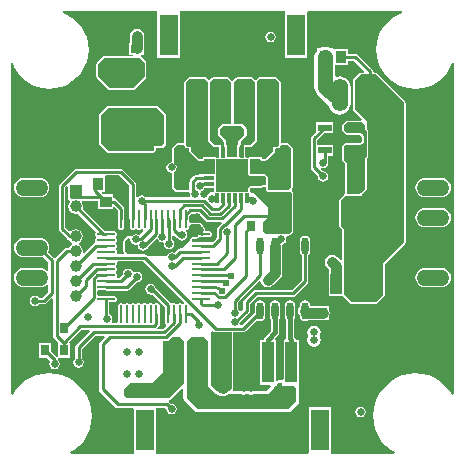
<source format=gtl>
G04 Layer_Physical_Order=1*
G04 Layer_Color=255*
%FSAX44Y44*%
%MOMM*%
G71*
G01*
G75*
%ADD10C,0.2540*%
%ADD11R,1.6002X3.5052*%
%ADD12R,1.0160X3.5052*%
%ADD13R,2.6670X2.6670*%
%ADD14R,0.3048X0.8500*%
%ADD15R,0.8500X0.3048*%
%ADD16R,0.9000X1.3500*%
%ADD17R,0.7000X0.9000*%
%ADD18R,0.9000X0.7000*%
%ADD19R,0.9000X1.0000*%
%ADD20R,1.0000X0.9000*%
%ADD21O,0.6000X1.4500*%
%ADD22R,3.2500X1.7000*%
%ADD23R,1.0000X1.7000*%
%ADD24R,1.1684X0.6096*%
%ADD25R,3.4000X1.8000*%
%ADD26O,1.5500X0.2500*%
%ADD27O,0.2500X1.5500*%
%ADD28C,0.8890*%
%ADD29C,0.3810*%
%ADD30C,1.2700*%
%ADD31O,2.7432X1.3716*%
%ADD32O,1.3716X2.7432*%
%ADD33C,1.0000*%
%ADD34R,1.0000X1.0000*%
%ADD35C,0.6350*%
%ADD36C,0.6096*%
G36*
X00149464Y00262738D02*
X00150590Y00261612D01*
X00151756Y00261129D01*
X00153584D01*
Y00259301D01*
X00154067Y00258134D01*
X00160894Y00251308D01*
X00162060Y00250825D01*
X00164668D01*
X00165834Y00251308D01*
X00166288Y00252403D01*
X00174252D01*
Y00252231D01*
X00175036D01*
X00175050Y00252197D01*
X00175141Y00252160D01*
Y00239775D01*
X00162060D01*
X00161099Y00238814D01*
X00159528D01*
X00159528Y00238814D01*
X00158438Y00238597D01*
X00157513Y00237979D01*
X00157513Y00237979D01*
X00154490Y00234955D01*
X00153872Y00234031D01*
X00153655Y00232941D01*
X00153655Y00232941D01*
Y00225805D01*
X00143010D01*
X00140470Y00228345D01*
Y00241127D01*
X00141635Y00241905D01*
X00142617Y00243376D01*
X00142962Y00245110D01*
X00142617Y00246844D01*
X00141635Y00248315D01*
X00140470Y00249093D01*
Y00261365D01*
X00143010Y00263905D01*
X00148980D01*
X00149464Y00262738D01*
D02*
G37*
G36*
X00148834Y00131617D02*
X00148643Y00130220D01*
X00147760Y00129706D01*
X00147325Y00129784D01*
X00146772Y00130153D01*
X00145690Y00130368D01*
X00144608Y00130153D01*
X00144055Y00129784D01*
X00143190Y00129629D01*
X00142325Y00129784D01*
X00141772Y00130153D01*
X00140690Y00130368D01*
X00139608Y00130153D01*
X00139425Y00130031D01*
X00137819Y00130328D01*
X00137793Y00130352D01*
X00137704Y00130484D01*
X00125839Y00142349D01*
X00125056Y00142873D01*
X00124837Y00143974D01*
X00123855Y00145445D01*
X00122384Y00146427D01*
X00120650Y00146772D01*
X00118916Y00146427D01*
X00117445Y00145445D01*
X00116463Y00143974D01*
X00116118Y00142240D01*
X00116463Y00140506D01*
X00117445Y00139035D01*
X00118916Y00138053D01*
X00119992Y00137839D01*
X00120195Y00137703D01*
X00121285Y00137486D01*
X00122645D01*
X00132841Y00127290D01*
Y00121040D01*
X00132862Y00120938D01*
Y00114540D01*
X00133077Y00113458D01*
X00133690Y00112540D01*
X00133788Y00110947D01*
X00131099Y00108259D01*
X00126784D01*
X00126257Y00109529D01*
X00127704Y00110976D01*
X00127704Y00110976D01*
X00128322Y00111900D01*
X00128539Y00112990D01*
Y00121040D01*
X00128518Y00121143D01*
Y00127540D01*
X00128303Y00128622D01*
X00127690Y00129540D01*
X00126772Y00130153D01*
X00125690Y00130368D01*
X00124608Y00130153D01*
X00124055Y00129784D01*
X00123190Y00129629D01*
X00122325Y00129784D01*
X00121772Y00130153D01*
X00120690Y00130368D01*
X00119608Y00130153D01*
X00119055Y00129784D01*
X00118190Y00129629D01*
X00117325Y00129784D01*
X00116772Y00130153D01*
X00115690Y00130368D01*
X00114608Y00130153D01*
X00114055Y00129784D01*
X00113190Y00129629D01*
X00112325Y00129784D01*
X00111772Y00130153D01*
X00110690Y00130368D01*
X00109608Y00130153D01*
X00109055Y00129784D01*
X00108190Y00129629D01*
X00107325Y00129784D01*
X00106772Y00130153D01*
X00105690Y00130368D01*
X00104608Y00130153D01*
X00104055Y00129784D01*
X00103190Y00129629D01*
X00102325Y00129784D01*
X00101772Y00130153D01*
X00100690Y00130368D01*
X00099608Y00130153D01*
X00099055Y00129784D01*
X00098190Y00129629D01*
X00097325Y00129784D01*
X00096772Y00130153D01*
X00095690Y00130368D01*
X00094608Y00130153D01*
X00093690Y00129540D01*
X00093077Y00128622D01*
X00092862Y00127540D01*
Y00114540D01*
X00091805Y00113345D01*
X00088358D01*
X00087679Y00114615D01*
X00088007Y00115106D01*
X00088352Y00116840D01*
X00088007Y00118574D01*
X00087025Y00120045D01*
X00085789Y00120871D01*
Y00130962D01*
X00089440D01*
X00090522Y00131177D01*
X00091440Y00131790D01*
X00092053Y00132708D01*
X00092268Y00133790D01*
X00092053Y00134872D01*
X00091440Y00135790D01*
X00090522Y00136403D01*
X00089440Y00136618D01*
X00083042D01*
X00082940Y00136639D01*
X00082837Y00136618D01*
X00076440D01*
X00075239Y00137674D01*
Y00139906D01*
X00076440Y00140962D01*
X00082837D01*
X00082940Y00140941D01*
X00100610D01*
X00100610Y00140941D01*
X00101700Y00141158D01*
X00102624Y00141776D01*
X00108800Y00147951D01*
X00109220Y00147868D01*
X00110954Y00148213D01*
X00112425Y00149195D01*
X00113407Y00150666D01*
X00113752Y00152400D01*
X00113407Y00154134D01*
X00112425Y00155605D01*
X00110954Y00156587D01*
X00109220Y00156932D01*
X00107486Y00156587D01*
X00107145Y00156359D01*
X00105787Y00156674D01*
X00105700Y00156805D01*
X00104805Y00158145D01*
X00103334Y00159127D01*
X00101600Y00159472D01*
X00099866Y00159127D01*
X00098395Y00158145D01*
X00097413Y00156674D01*
X00097068Y00154940D01*
X00097151Y00154520D01*
X00094270Y00151639D01*
X00092866D01*
X00092410Y00152238D01*
X00092093Y00152909D01*
X00092268Y00153790D01*
X00092053Y00154872D01*
X00091684Y00155425D01*
X00091529Y00156290D01*
X00091684Y00157155D01*
X00092053Y00157708D01*
X00092268Y00158790D01*
X00092053Y00159872D01*
X00091684Y00160425D01*
X00091529Y00161290D01*
X00091684Y00162155D01*
X00092053Y00162708D01*
X00092268Y00163790D01*
X00092093Y00164671D01*
X00092410Y00165342D01*
X00092866Y00165941D01*
X00114510D01*
X00148834Y00131617D01*
D02*
G37*
G36*
X00239530Y00261365D02*
Y00228345D01*
X00236990Y00225805D01*
X00220480D01*
Y00237235D01*
X00217940Y00239775D01*
X00204859D01*
Y00252184D01*
X00204892Y00252197D01*
X00204906Y00252231D01*
X00205548D01*
Y00252403D01*
X00213654D01*
X00214108Y00251308D01*
X00215274Y00250825D01*
X00217940D01*
X00219106Y00251308D01*
X00225932Y00258134D01*
X00226416Y00259301D01*
Y00261129D01*
X00228244D01*
X00229410Y00261612D01*
X00230536Y00262738D01*
X00231020Y00263905D01*
X00236990D01*
X00239530Y00261365D01*
D02*
G37*
G36*
X00229370Y00317245D02*
Y00281685D01*
Y00263905D01*
X00228244Y00262779D01*
X00224766D01*
Y00259301D01*
X00217940Y00252475D01*
X00215274D01*
Y00254053D01*
X00203726D01*
Y00253364D01*
X00201102D01*
Y00262129D01*
X00205114D01*
X00206280Y00262612D01*
X00210216Y00266548D01*
X00210700Y00267715D01*
X00210700Y00317245D01*
X00210588Y00317513D01*
X00212860Y00319785D01*
X00226830D01*
X00229370Y00317245D01*
D02*
G37*
G36*
X00201102Y00251714D02*
X00203209D01*
Y00239775D01*
X00203693Y00238608D01*
X00203726Y00238595D01*
Y00237957D01*
X00215274D01*
Y00238125D01*
X00217257D01*
X00218830Y00236552D01*
Y00230024D01*
X00215274D01*
X00214108Y00229541D01*
X00214085Y00229486D01*
X00204859D01*
X00203693Y00229003D01*
X00203209Y00227837D01*
Y00224721D01*
X00176216D01*
Y00227837D01*
Y00232917D01*
Y00237957D01*
Y00238570D01*
X00176307Y00238608D01*
X00176791Y00239775D01*
Y00251714D01*
X00178698D01*
X00179523Y00252056D01*
X00180348Y00251714D01*
X00183661D01*
X00183740Y00251747D01*
X00183822Y00251722D01*
X00184299Y00251977D01*
X00184938D01*
X00184988Y00251943D01*
X00185682Y00251805D01*
X00194198D01*
X00194892Y00251943D01*
X00194942Y00251977D01*
X00195581D01*
X00196057Y00251722D01*
X00196140Y00251747D01*
X00196219Y00251714D01*
X00199452D01*
X00200277Y00252056D01*
X00201102Y00251714D01*
D02*
G37*
G36*
X00218830Y00225805D02*
X00219314Y00224638D01*
X00220480Y00224155D01*
X00236990D01*
X00237815Y00224497D01*
X00238156Y00224638D01*
X00238686D01*
X00240030Y00223295D01*
Y00200435D01*
Y00191545D01*
X00237490Y00189005D01*
X00218440D01*
X00215900Y00191545D01*
Y00199165D01*
X00219710Y00202975D01*
X00219710Y00211865D01*
X00208280Y00223295D01*
X00205548D01*
Y00224721D01*
X00204859D01*
Y00227837D01*
X00215274D01*
Y00228375D01*
X00218830D01*
Y00225805D01*
D02*
G37*
G36*
X00167358Y00199916D02*
X00167358Y00199916D01*
X00168282Y00199298D01*
X00169372Y00199081D01*
X00169372Y00199081D01*
X00180364D01*
X00180682Y00198574D01*
X00180846Y00197811D01*
X00177691Y00194656D01*
X00177073Y00193732D01*
X00176856Y00192642D01*
X00176856Y00192642D01*
Y00185740D01*
X00172755Y00181639D01*
X00163440D01*
X00163337Y00181618D01*
X00156940D01*
X00156320Y00181495D01*
X00156300Y00181511D01*
X00155591Y00182636D01*
X00155655Y00182955D01*
X00155839Y00183399D01*
X00155774Y00183555D01*
X00155807Y00183721D01*
X00155794Y00183790D01*
X00155881Y00184229D01*
X00156129Y00184601D01*
X00156501Y00184849D01*
X00157102Y00184969D01*
X00160003D01*
X00160120Y00185017D01*
X00160243Y00184986D01*
X00160689Y00185253D01*
X00161170Y00185452D01*
X00161218Y00185569D01*
X00161327Y00185634D01*
X00161571Y00185962D01*
X00163337D01*
X00163440Y00185941D01*
X00163543Y00185962D01*
X00169940D01*
X00171022Y00186177D01*
X00171940Y00186790D01*
X00172553Y00187708D01*
X00172768Y00188790D01*
X00172553Y00189872D01*
X00171940Y00190790D01*
X00171022Y00191403D01*
X00169940Y00191618D01*
X00167216D01*
X00167092Y00191770D01*
X00166747Y00193504D01*
X00165765Y00194975D01*
X00165062Y00195444D01*
Y00195569D01*
X00165156Y00196041D01*
X00165062Y00196181D01*
Y00196350D01*
X00164729Y00196684D01*
X00164712Y00196767D01*
X00164712Y00196767D01*
X00164638Y00196817D01*
X00164511Y00197006D01*
X00164506Y00197018D01*
X00164497Y00197027D01*
X00164454Y00197091D01*
X00164391Y00197133D01*
X00163508Y00198016D01*
X00162341Y00198500D01*
X00154940D01*
X00154788Y00198437D01*
X00153518Y00199285D01*
Y00201437D01*
X00153539Y00201540D01*
Y00204120D01*
X00155485Y00206066D01*
X00161207D01*
X00167358Y00199916D01*
D02*
G37*
G36*
X00102841Y00229680D02*
Y00201540D01*
X00102862Y00201437D01*
Y00195040D01*
X00103077Y00193958D01*
X00103690Y00193040D01*
X00104608Y00192427D01*
X00105690Y00192212D01*
X00106772Y00192427D01*
X00107325Y00192796D01*
X00108190Y00192951D01*
X00109055Y00192796D01*
X00109608Y00192427D01*
X00110690Y00192212D01*
X00111772Y00192427D01*
X00112325Y00192796D01*
X00113190Y00192951D01*
X00114055Y00192796D01*
X00114371Y00192585D01*
X00114664Y00191585D01*
X00114696Y00191115D01*
X00111215Y00187634D01*
X00110737D01*
X00109684Y00188337D01*
X00107950Y00188682D01*
X00106216Y00188337D01*
X00104745Y00187355D01*
X00103855Y00186723D01*
X00103331Y00187059D01*
X00102811Y00187401D01*
X00102801Y00187399D01*
X00102792Y00187405D01*
X00102334Y00187487D01*
X00102185Y00187454D01*
X00102043Y00187513D01*
X00101585Y00187323D01*
X00101101Y00187217D01*
X00101018Y00187088D01*
X00100877Y00187030D01*
X00097894Y00184046D01*
X00097410Y00182880D01*
X00097410Y00173990D01*
X00097894Y00172824D01*
X00097905Y00172812D01*
X00097419Y00171639D01*
X00092866D01*
X00092410Y00172239D01*
X00092093Y00172909D01*
X00092268Y00173790D01*
X00092053Y00174872D01*
X00091684Y00175425D01*
X00091529Y00176290D01*
X00091684Y00177155D01*
X00092053Y00177708D01*
X00092268Y00178790D01*
X00092053Y00179872D01*
X00091684Y00180425D01*
X00091529Y00181290D01*
X00091684Y00182155D01*
X00092053Y00182708D01*
X00092268Y00183790D01*
X00092053Y00184872D01*
X00091684Y00185425D01*
X00091529Y00186290D01*
X00091684Y00187155D01*
X00092053Y00187708D01*
X00092268Y00188790D01*
X00092053Y00189872D01*
X00091440Y00190790D01*
X00090522Y00191403D01*
X00089440Y00191618D01*
X00083042D01*
X00082940Y00191639D01*
X00081630D01*
X00063151Y00210118D01*
X00063543Y00212090D01*
X00063056Y00214536D01*
X00062351Y00215591D01*
X00063030Y00216861D01*
X00076026D01*
Y00210276D01*
X00089074D01*
Y00211308D01*
X00090247Y00211794D01*
X00092841Y00209200D01*
Y00201540D01*
X00092862Y00201437D01*
Y00195040D01*
X00093077Y00193958D01*
X00093690Y00193040D01*
X00094608Y00192427D01*
X00095690Y00192212D01*
X00096772Y00192427D01*
X00097690Y00193040D01*
X00098303Y00193958D01*
X00098518Y00195040D01*
Y00201437D01*
X00098539Y00201540D01*
Y00210380D01*
X00098539Y00210380D01*
X00098322Y00211470D01*
X00097704Y00212394D01*
X00097704Y00212394D01*
X00091784Y00218314D01*
X00090860Y00218932D01*
X00089770Y00219149D01*
X00089074Y00220095D01*
Y00222324D01*
X00080555D01*
X00079436Y00223443D01*
X00079922Y00224616D01*
X00081824D01*
Y00237664D01*
X00082768Y00238451D01*
X00094070D01*
X00102841Y00229680D01*
D02*
G37*
G36*
X00163340Y00195852D02*
X00163340Y00195852D01*
X00163538Y00195719D01*
X00163042Y00194523D01*
X00162560Y00194619D01*
X00161470Y00194402D01*
X00160546Y00193784D01*
X00159928Y00192860D01*
X00159711Y00191770D01*
Y00190450D01*
X00159711Y00190450D01*
X00159928Y00189360D01*
X00160546Y00188436D01*
X00160690Y00188291D01*
X00160771Y00187888D01*
X00160534Y00187331D01*
X00160003Y00186618D01*
X00156940D01*
X00155858Y00186403D01*
X00154940Y00185790D01*
X00154327Y00184872D01*
X00154112Y00183790D01*
X00154189Y00183399D01*
X00147429Y00176639D01*
X00146050D01*
X00146027Y00176634D01*
X00146004Y00176639D01*
X00144914Y00176422D01*
X00143990Y00175804D01*
X00140835Y00172649D01*
X00140164Y00173097D01*
X00138430Y00173442D01*
X00136696Y00173097D01*
X00135225Y00172115D01*
X00134243Y00170644D01*
X00134151Y00170180D01*
X00118329Y00170180D01*
X00117704Y00170804D01*
X00116780Y00171422D01*
X00115690Y00171639D01*
X00115690Y00171639D01*
X00101411D01*
X00099060Y00173990D01*
X00099060Y00182880D01*
X00102043Y00185863D01*
X00102501Y00185781D01*
X00103461Y00184366D01*
X00103418Y00184150D01*
X00103763Y00182416D01*
X00104745Y00180945D01*
X00106216Y00179963D01*
X00107950Y00179618D01*
X00108608Y00179749D01*
X00109768Y00179070D01*
X00110113Y00177336D01*
X00111095Y00175865D01*
X00112566Y00174883D01*
X00114300Y00174538D01*
X00116034Y00174883D01*
X00117505Y00175865D01*
X00118487Y00177336D01*
X00118642Y00178113D01*
X00125294Y00184765D01*
X00126712Y00184387D01*
X00127485Y00183230D01*
X00128956Y00182248D01*
X00130690Y00181903D01*
X00131064Y00181977D01*
X00131962Y00181079D01*
X00131873Y00180630D01*
X00132218Y00178895D01*
X00133200Y00177425D01*
X00134671Y00176443D01*
X00136405Y00176098D01*
X00138139Y00176443D01*
X00139610Y00177425D01*
X00140592Y00178895D01*
X00140937Y00180630D01*
X00140592Y00182364D01*
X00139610Y00183834D01*
X00139254Y00184072D01*
Y00186690D01*
X00141796Y00186690D01*
X00142766Y00185721D01*
X00142766Y00185721D01*
X00143690Y00185103D01*
X00143739Y00185093D01*
X00144115Y00184530D01*
X00145586Y00183548D01*
X00147320Y00183203D01*
X00149054Y00183548D01*
X00150525Y00184530D01*
X00151507Y00186000D01*
X00151852Y00187735D01*
X00151507Y00189469D01*
X00150525Y00190940D01*
X00150475Y00190973D01*
X00150608Y00191736D01*
X00150857Y00192245D01*
X00151772Y00192427D01*
X00152690Y00193040D01*
X00153303Y00193958D01*
X00153518Y00195040D01*
Y00195428D01*
X00154940Y00196850D01*
X00162341D01*
X00163340Y00195852D01*
D02*
G37*
G36*
X00050880Y00228864D02*
Y00221057D01*
X00050708Y00220800D01*
X00050491Y00219710D01*
X00050708Y00218620D01*
X00051326Y00217696D01*
X00051734Y00217423D01*
X00052122Y00216020D01*
X00052097Y00215814D01*
X00051244Y00214536D01*
X00050757Y00212090D01*
X00051244Y00209644D01*
X00052630Y00207570D01*
X00054704Y00206184D01*
X00057150Y00205697D01*
X00059122Y00206089D01*
X00074433Y00190779D01*
X00073827Y00189872D01*
X00073612Y00188790D01*
X00073827Y00187708D01*
X00074196Y00187155D01*
X00074351Y00186290D01*
X00074196Y00185425D01*
X00073827Y00184872D01*
X00073612Y00183790D01*
X00073827Y00182708D01*
X00073733Y00182254D01*
X00073282Y00181237D01*
X00072636Y00180804D01*
X00072636Y00180804D01*
X00064594Y00172762D01*
X00063423Y00173388D01*
X00063543Y00173990D01*
X00063056Y00176436D01*
X00061670Y00178510D01*
X00059988Y00179634D01*
X00059953Y00179739D01*
Y00180941D01*
X00059988Y00181046D01*
X00061670Y00182170D01*
X00063056Y00184244D01*
X00063543Y00186690D01*
X00063056Y00189136D01*
X00061670Y00191210D01*
X00059596Y00192596D01*
X00057150Y00193083D01*
X00054704Y00192596D01*
X00052630Y00191210D01*
X00051673Y00191116D01*
X00048649Y00194140D01*
Y00228292D01*
X00049707Y00229350D01*
X00050880Y00228864D01*
D02*
G37*
G36*
X00168910Y00097790D02*
Y00059690D01*
X00175260Y00053340D01*
X00176756D01*
X00178087Y00052319D01*
X00179787Y00051615D01*
X00181610Y00051375D01*
X00183433Y00051615D01*
X00185133Y00052319D01*
X00186464Y00053340D01*
X00196706D01*
X00197160Y00053037D01*
X00199390Y00052593D01*
X00201620Y00053037D01*
X00202074Y00053340D01*
X00203056D01*
X00203510Y00053037D01*
X00205740Y00052593D01*
X00207970Y00053037D01*
X00208424Y00053340D01*
X00219710D01*
X00224790Y00058420D01*
X00226304Y00059934D01*
X00227620D01*
Y00061250D01*
X00228600Y00062230D01*
X00232380D01*
Y00059934D01*
X00242326D01*
X00243840Y00058420D01*
X00243840Y00046990D01*
X00237490Y00040640D01*
X00160020Y00040640D01*
X00151130Y00049530D01*
Y00061980D01*
X00151180Y00062230D01*
X00151180Y00097790D01*
X00151172Y00097831D01*
X00154940Y00101600D01*
X00165100D01*
X00168910Y00097790D01*
D02*
G37*
G36*
X00333539Y00376140D02*
X00329901Y00374633D01*
X00325451Y00371906D01*
X00321483Y00368517D01*
X00318093Y00364549D01*
X00315367Y00360099D01*
X00313370Y00355277D01*
X00312151Y00350203D01*
X00311742Y00345000D01*
X00312151Y00339797D01*
X00313370Y00334723D01*
X00315367Y00329901D01*
X00318093Y00325451D01*
X00321483Y00321483D01*
X00325451Y00318093D01*
X00329901Y00315367D01*
X00334723Y00313370D01*
X00339797Y00312151D01*
X00345000Y00311742D01*
X00350203Y00312151D01*
X00355277Y00313370D01*
X00360099Y00315367D01*
X00364549Y00318093D01*
X00368517Y00321483D01*
X00371906Y00325451D01*
X00374633Y00329901D01*
X00376140Y00333539D01*
X00377410Y00333287D01*
Y00053049D01*
X00376140Y00052691D01*
X00374048Y00056105D01*
X00370389Y00060389D01*
X00366105Y00064048D01*
X00361301Y00066992D01*
X00356096Y00069148D01*
X00350617Y00070464D01*
X00345000Y00070906D01*
X00339383Y00070464D01*
X00333904Y00069148D01*
X00328699Y00066992D01*
X00323895Y00064048D01*
X00319611Y00060389D01*
X00315952Y00056105D01*
X00313008Y00051301D01*
X00310852Y00046095D01*
X00309536Y00040617D01*
X00309094Y00035000D01*
X00309536Y00029383D01*
X00310852Y00023905D01*
X00313008Y00018699D01*
X00315952Y00013895D01*
X00319611Y00009611D01*
X00323895Y00005952D01*
X00327309Y00003860D01*
X00326951Y00002590D01*
X00273669D01*
X00273525Y00003800D01*
X00273525Y00003860D01*
Y00041900D01*
X00254475D01*
Y00003860D01*
X00254475Y00003800D01*
X00254331Y00002590D01*
X00125669D01*
X00125525Y00003800D01*
X00125525Y00003860D01*
Y00041601D01*
X00132932D01*
X00133898Y00040640D01*
X00134243Y00038906D01*
X00135225Y00037435D01*
X00136696Y00036453D01*
X00138430Y00036108D01*
X00140164Y00036453D01*
X00141635Y00037435D01*
X00142617Y00038906D01*
X00142962Y00040640D01*
X00142617Y00042374D01*
X00141635Y00043845D01*
X00140164Y00044827D01*
X00138430Y00045172D01*
X00138010Y00045089D01*
X00136634Y00046464D01*
X00136512Y00046546D01*
X00136552Y00047267D01*
X00136711Y00047940D01*
X00137172Y00048248D01*
X00147367Y00058443D01*
X00148540Y00057957D01*
Y00049530D01*
X00148737Y00048539D01*
X00149299Y00047699D01*
X00158189Y00038809D01*
X00159029Y00038247D01*
X00160020Y00038050D01*
X00237490Y00038050D01*
X00238481Y00038247D01*
X00239321Y00038809D01*
X00245671Y00045159D01*
X00246233Y00045999D01*
X00246430Y00046990D01*
X00246430Y00058420D01*
X00246233Y00059411D01*
X00246053Y00059680D01*
X00246604Y00060950D01*
X00246604D01*
X00246604Y00060950D01*
Y00099050D01*
X00243496D01*
Y00099431D01*
X00243230Y00100769D01*
X00242472Y00101903D01*
X00242472Y00101903D01*
X00242256Y00102119D01*
Y00116720D01*
X00243022Y00117865D01*
X00243373Y00119630D01*
Y00128130D01*
X00243022Y00129895D01*
X00242022Y00131392D01*
X00240525Y00132392D01*
X00238760Y00132743D01*
X00236995Y00132392D01*
X00235498Y00131392D01*
X00234499Y00129895D01*
X00234147Y00128130D01*
Y00119630D01*
X00234499Y00117865D01*
X00235264Y00116720D01*
Y00100671D01*
X00235334Y00100320D01*
X00234308Y00099050D01*
X00233396D01*
Y00065913D01*
X00232380Y00064820D01*
X00228600D01*
X00227874Y00064675D01*
X00226978Y00065160D01*
X00226604Y00065479D01*
Y00099050D01*
X00226223D01*
X00225737Y00100223D01*
X00228532Y00103019D01*
X00228532Y00103019D01*
X00228986Y00103699D01*
X00229290Y00104153D01*
X00229556Y00105491D01*
Y00116720D01*
X00230322Y00117865D01*
X00230673Y00119630D01*
Y00128130D01*
X00230322Y00129895D01*
X00229322Y00131392D01*
X00227825Y00132392D01*
X00226060Y00132743D01*
X00224295Y00132392D01*
X00222798Y00131392D01*
X00221798Y00129895D01*
X00221447Y00128130D01*
Y00119630D01*
X00221798Y00117865D01*
X00222564Y00116720D01*
Y00106939D01*
X00217528Y00101903D01*
X00216770Y00100769D01*
X00216504Y00099431D01*
Y00099050D01*
X00213396D01*
Y00060950D01*
X00221861D01*
X00222388Y00059680D01*
X00218637Y00055930D01*
X00208424D01*
X00208174Y00055880D01*
X00207919D01*
X00207683Y00055782D01*
X00207433Y00055733D01*
X00207221Y00055591D01*
X00206985Y00055493D01*
X00206959Y00055476D01*
X00205740Y00055233D01*
X00204521Y00055476D01*
X00204495Y00055493D01*
X00204259Y00055591D01*
X00204047Y00055733D01*
X00203797Y00055782D01*
X00203561Y00055880D01*
X00203306D01*
X00203056Y00055930D01*
X00202074D01*
X00201824Y00055880D01*
X00201569D01*
X00201333Y00055782D01*
X00201083Y00055733D01*
X00200871Y00055591D01*
X00200635Y00055493D01*
X00200609Y00055476D01*
X00199390Y00055233D01*
X00198171Y00055476D01*
X00198145Y00055493D01*
X00197909Y00055591D01*
X00197697Y00055733D01*
X00197447Y00055782D01*
X00197211Y00055880D01*
X00196956D01*
X00196706Y00055930D01*
X00190732D01*
X00190246Y00057103D01*
X00190396Y00057254D01*
X00190880Y00058420D01*
Y00105410D01*
X00191098Y00105736D01*
X00199090D01*
X00199090Y00105736D01*
X00200180Y00105953D01*
X00201105Y00106571D01*
X00210580Y00116046D01*
X00211595Y00115368D01*
X00213360Y00115017D01*
X00215125Y00115368D01*
X00216622Y00116368D01*
X00217621Y00117865D01*
X00217973Y00119630D01*
Y00128130D01*
X00217621Y00129895D01*
X00216622Y00131392D01*
X00215125Y00132392D01*
X00213360Y00132743D01*
X00211595Y00132392D01*
X00210098Y00131392D01*
X00209098Y00129895D01*
X00208747Y00128130D01*
Y00122271D01*
X00197910Y00111434D01*
X00196548D01*
X00196074Y00112320D01*
X00195984Y00112704D01*
X00196302Y00114300D01*
X00196295Y00114334D01*
X00203944Y00121983D01*
X00203944Y00121983D01*
X00204562Y00122908D01*
X00204779Y00123998D01*
X00204779Y00123998D01*
Y00129630D01*
X00210730Y00135581D01*
X00241300D01*
X00241300Y00135581D01*
X00242390Y00135798D01*
X00243314Y00136416D01*
X00253474Y00146576D01*
X00253474Y00146576D01*
X00254092Y00147500D01*
X00254309Y00148590D01*
Y00170592D01*
X00254722Y00170868D01*
X00255721Y00172365D01*
X00256073Y00174130D01*
Y00182630D01*
X00255721Y00184395D01*
X00254722Y00185892D01*
X00253225Y00186891D01*
X00251460Y00187243D01*
X00249695Y00186891D01*
X00248198Y00185892D01*
X00247199Y00184395D01*
X00246847Y00182630D01*
Y00174130D01*
X00247199Y00172365D01*
X00248198Y00170868D01*
X00248611Y00170592D01*
Y00149770D01*
X00240120Y00141279D01*
X00209550D01*
X00209550Y00141279D01*
X00208460Y00141062D01*
X00207536Y00140444D01*
X00199916Y00132824D01*
X00199298Y00131900D01*
X00199081Y00130810D01*
X00199081Y00130810D01*
Y00125178D01*
X00197175Y00123272D01*
X00196213Y00123563D01*
X00195879Y00123771D01*
X00194975Y00125125D01*
X00194619Y00125363D01*
Y00130900D01*
X00212499Y00148780D01*
X00213877Y00148362D01*
X00214087Y00147306D01*
X00215407Y00145331D01*
X00217381Y00144012D01*
X00219710Y00143549D01*
X00222039Y00144012D01*
X00224013Y00145331D01*
X00230363Y00151681D01*
X00230363Y00151681D01*
X00231683Y00153656D01*
X00232146Y00155985D01*
Y00178380D01*
X00232046Y00178883D01*
X00232752Y00179939D01*
X00232874Y00179963D01*
X00234345Y00180945D01*
X00235327Y00182416D01*
X00235672Y00184150D01*
X00235327Y00185884D01*
X00235193Y00186085D01*
X00235872Y00187355D01*
X00237490D01*
X00238315Y00187697D01*
X00238656Y00187838D01*
X00241196Y00190378D01*
X00241680Y00191545D01*
Y00200435D01*
Y00223295D01*
X00241196Y00224461D01*
X00240486Y00225172D01*
X00240376Y00226858D01*
X00240696Y00227178D01*
X00241180Y00228345D01*
Y00261365D01*
X00240838Y00262190D01*
X00240696Y00262531D01*
X00238156Y00265071D01*
X00236990Y00265554D01*
X00231020D01*
Y00281685D01*
Y00317245D01*
X00230678Y00318070D01*
X00230536Y00318411D01*
X00227996Y00320951D01*
X00226830Y00321434D01*
X00212860D01*
X00212035Y00321093D01*
X00211694Y00320951D01*
X00210320Y00319578D01*
X00209050D01*
X00207676Y00320951D01*
X00206510Y00321434D01*
X00193810D01*
X00192985Y00321093D01*
X00192644Y00320951D01*
X00190830Y00319137D01*
X00190000Y00318492D01*
X00189170Y00319137D01*
X00187356Y00320951D01*
X00186190Y00321434D01*
X00173490D01*
X00172665Y00321093D01*
X00172324Y00320951D01*
X00170315Y00318943D01*
X00168306Y00320951D01*
X00167140Y00321434D01*
X00153170D01*
X00152345Y00321093D01*
X00152004Y00320951D01*
X00149464Y00318411D01*
X00148980Y00317245D01*
Y00265554D01*
X00143010D01*
X00142185Y00265213D01*
X00141844Y00265071D01*
X00139304Y00262531D01*
X00138820Y00261365D01*
Y00249963D01*
X00138430Y00249642D01*
X00136696Y00249297D01*
X00135225Y00248315D01*
X00134243Y00246844D01*
X00133898Y00245110D01*
X00134243Y00243376D01*
X00135225Y00241905D01*
X00136696Y00240923D01*
X00138430Y00240578D01*
X00138820Y00240257D01*
Y00228345D01*
X00139162Y00227520D01*
X00139304Y00227178D01*
X00141844Y00224638D01*
X00143010Y00224155D01*
X00152889D01*
X00153743Y00222921D01*
X00153710Y00222758D01*
X00154028Y00221162D01*
X00153938Y00220778D01*
X00153464Y00219892D01*
X00116407D01*
X00116235Y00220149D01*
X00114764Y00221132D01*
X00113030Y00221477D01*
X00111296Y00221132D01*
X00109825Y00220149D01*
X00109809Y00220125D01*
X00108539Y00220510D01*
Y00230860D01*
X00108322Y00231950D01*
X00107704Y00232874D01*
X00107704Y00232874D01*
X00097264Y00243314D01*
X00096340Y00243932D01*
X00095250Y00244149D01*
X00095250Y00244149D01*
X00057628D01*
X00057628Y00244149D01*
X00056538Y00243932D01*
X00055613Y00243314D01*
X00055613Y00243314D01*
X00043786Y00231486D01*
X00043168Y00230562D01*
X00042951Y00229472D01*
X00042951Y00229472D01*
Y00192960D01*
X00042951Y00192960D01*
X00043168Y00191870D01*
X00043786Y00190946D01*
X00050056Y00184676D01*
X00050980Y00184058D01*
X00051427Y00183969D01*
X00052630Y00182170D01*
X00054312Y00181046D01*
X00054348Y00180941D01*
Y00179739D01*
X00054312Y00179634D01*
X00052630Y00178510D01*
X00051513Y00176839D01*
X00049530D01*
X00048440Y00176622D01*
X00047516Y00176004D01*
X00047516Y00176004D01*
X00039801Y00168290D01*
X00038844Y00168384D01*
X00038844Y00168384D01*
X00033978Y00173250D01*
X00034777Y00175178D01*
X00035056Y00177300D01*
X00034777Y00179422D01*
X00033958Y00181399D01*
X00032655Y00183097D01*
X00030957Y00184400D01*
X00028980Y00185219D01*
X00026858Y00185498D01*
X00013142D01*
X00011020Y00185219D01*
X00009043Y00184400D01*
X00007345Y00183097D01*
X00006042Y00181399D01*
X00005223Y00179422D01*
X00004944Y00177300D01*
X00005223Y00175178D01*
X00006042Y00173201D01*
X00007345Y00171503D01*
X00009043Y00170200D01*
X00011020Y00169381D01*
X00013142Y00169102D01*
X00026858D01*
X00028980Y00169381D01*
X00029553Y00169618D01*
X00033981Y00165190D01*
Y00158055D01*
X00032711Y00157624D01*
X00032655Y00157697D01*
X00030957Y00159000D01*
X00028980Y00159819D01*
X00026858Y00160098D01*
X00013142D01*
X00011020Y00159819D01*
X00009043Y00159000D01*
X00007345Y00157697D01*
X00006042Y00155999D01*
X00005223Y00154022D01*
X00004944Y00151900D01*
X00005223Y00149778D01*
X00006042Y00147801D01*
X00007345Y00146103D01*
X00009043Y00144800D01*
X00011020Y00143981D01*
X00013142Y00143702D01*
X00026858D01*
X00028980Y00143981D01*
X00030957Y00144800D01*
X00032655Y00146103D01*
X00032711Y00146176D01*
X00033981Y00145745D01*
Y00139610D01*
X00029300Y00134929D01*
X00026302D01*
X00026065Y00135285D01*
X00024594Y00136267D01*
X00022860Y00136612D01*
X00021126Y00136267D01*
X00019655Y00135285D01*
X00018673Y00133814D01*
X00018328Y00132080D01*
X00018673Y00130346D01*
X00019655Y00128875D01*
X00021126Y00127893D01*
X00022860Y00127548D01*
X00024594Y00127893D01*
X00026065Y00128875D01*
X00026302Y00129231D01*
X00030480D01*
X00030480Y00129231D01*
X00031570Y00129448D01*
X00032494Y00130066D01*
X00037054Y00134625D01*
X00038227Y00134139D01*
Y00102434D01*
X00038227Y00102434D01*
X00038444Y00101344D01*
X00039062Y00100420D01*
X00042061Y00097421D01*
X00042346Y00096194D01*
X00042346D01*
X00042346Y00096194D01*
Y00085176D01*
X00042346Y00085176D01*
Y00085171D01*
Y00085045D01*
X00042346Y00084984D01*
Y00084955D01*
Y00084954D01*
X00042346Y00084954D01*
X00042346Y00084953D01*
Y00084953D01*
Y00084953D01*
X00042338Y00084947D01*
X00042329Y00084939D01*
X00042327Y00084938D01*
X00042316Y00084929D01*
X00042302Y00084917D01*
X00042298Y00084915D01*
X00042296Y00084913D01*
X00042293Y00084911D01*
X00042293Y00084910D01*
X00042274Y00084904D01*
X00042246Y00084894D01*
X00042227Y00084888D01*
X00042198Y00084878D01*
X00042179Y00084871D01*
X00042091Y00084841D01*
X00041995Y00084808D01*
X00041992Y00084807D01*
X00041982Y00084804D01*
X00041929Y00084786D01*
X00041904Y00084777D01*
X00041900Y00084776D01*
X00041899Y00084775D01*
X00041899Y00084775D01*
X00041899Y00084775D01*
X00041724Y00084715D01*
X00041724D01*
X00041076Y00084493D01*
X00036394Y00089175D01*
Y00096194D01*
X00026346D01*
Y00084146D01*
X00033365D01*
X00035926Y00081586D01*
X00035183Y00080474D01*
X00034838Y00078740D01*
X00035183Y00077006D01*
X00036165Y00075535D01*
X00037636Y00074553D01*
X00039370Y00074208D01*
X00041104Y00074553D01*
X00042575Y00075535D01*
X00043557Y00077006D01*
X00043902Y00078740D01*
X00043557Y00080474D01*
X00042575Y00081945D01*
X00042216Y00082184D01*
X00042167Y00082431D01*
X00042478Y00083631D01*
X00042478Y00083631D01*
X00042937Y00084146D01*
X00042937Y00084146D01*
X00042940D01*
X00042973D01*
X00043035Y00084146D01*
X00043035Y00084146D01*
X00043051D01*
X00043053D01*
X00043060Y00084146D01*
X00043241Y00084146D01*
X00043241Y00084146D01*
X00043241D01*
X00043281Y00084146D01*
X00043282D01*
X00052394D01*
Y00096194D01*
X00052352D01*
X00051866Y00097367D01*
X00062146Y00107647D01*
X00068802D01*
X00069329Y00106377D01*
X00057676Y00094724D01*
X00057058Y00093800D01*
X00056841Y00092710D01*
X00056841Y00092710D01*
Y00083453D01*
X00056485Y00083215D01*
X00055503Y00081744D01*
X00055158Y00080010D01*
X00055503Y00078276D01*
X00056485Y00076805D01*
X00057956Y00075823D01*
X00059690Y00075478D01*
X00061424Y00075823D01*
X00062895Y00076805D01*
X00063877Y00078276D01*
X00064222Y00080010D01*
X00063877Y00081744D01*
X00062895Y00083215D01*
X00062539Y00083453D01*
Y00091530D01*
X00073570Y00102561D01*
X00081633D01*
X00082119Y00101388D01*
X00077996Y00097264D01*
X00077378Y00096340D01*
X00077161Y00095250D01*
X00077161Y00095250D01*
Y00057150D01*
X00077161Y00057150D01*
X00077378Y00056060D01*
X00077996Y00055136D01*
X00090696Y00042436D01*
X00090696Y00042436D01*
X00091620Y00041818D01*
X00092710Y00041601D01*
X00092710Y00041601D01*
X00105577D01*
X00106475Y00040703D01*
Y00003860D01*
X00106475Y00003800D01*
X00106331Y00002590D01*
X00053049D01*
X00052691Y00003860D01*
X00056105Y00005952D01*
X00060389Y00009611D01*
X00064048Y00013895D01*
X00066992Y00018699D01*
X00069148Y00023905D01*
X00070464Y00029383D01*
X00070906Y00035000D01*
X00070464Y00040617D01*
X00069148Y00046095D01*
X00066992Y00051301D01*
X00064048Y00056105D01*
X00060389Y00060389D01*
X00056105Y00064048D01*
X00051301Y00066992D01*
X00046095Y00069148D01*
X00040617Y00070464D01*
X00035000Y00070906D01*
X00029383Y00070464D01*
X00023905Y00069148D01*
X00018699Y00066992D01*
X00013895Y00064048D01*
X00009611Y00060389D01*
X00005952Y00056105D01*
X00003860Y00052691D01*
X00002590Y00053049D01*
Y00333287D01*
X00003860Y00333539D01*
X00005367Y00329901D01*
X00008094Y00325451D01*
X00011483Y00321483D01*
X00015451Y00318093D01*
X00019901Y00315367D01*
X00024723Y00313370D01*
X00029797Y00312151D01*
X00035000Y00311742D01*
X00040203Y00312151D01*
X00045277Y00313370D01*
X00050099Y00315367D01*
X00054549Y00318093D01*
X00058517Y00321483D01*
X00061906Y00325451D01*
X00064633Y00329901D01*
X00066630Y00334723D01*
X00067849Y00339797D01*
X00068258Y00345000D01*
X00067849Y00350203D01*
X00066630Y00355277D01*
X00064633Y00360099D01*
X00061906Y00364549D01*
X00058517Y00368517D01*
X00054549Y00371906D01*
X00050099Y00374633D01*
X00046461Y00376140D01*
X00046714Y00377410D01*
X00126331D01*
X00126475Y00376200D01*
X00126475Y00376140D01*
Y00338100D01*
X00145525D01*
Y00376140D01*
X00145525Y00376200D01*
X00145669Y00377410D01*
X00234331D01*
X00234475Y00376200D01*
X00234475Y00376140D01*
Y00338100D01*
X00253525D01*
Y00376140D01*
X00253525Y00376200D01*
X00253669Y00377410D01*
X00333287D01*
X00333539Y00376140D01*
D02*
G37*
G36*
X00173881Y00106571D02*
X00174805Y00105953D01*
X00175895Y00105736D01*
X00188904D01*
X00189230Y00105410D01*
Y00058420D01*
X00186740Y00055930D01*
X00186464D01*
X00186131Y00055864D01*
X00185793Y00055841D01*
X00185640Y00055766D01*
X00185473Y00055733D01*
X00185191Y00055544D01*
X00184887Y00055395D01*
X00183827Y00054581D01*
X00182757Y00054138D01*
X00181978Y00054035D01*
X00181242D01*
X00180463Y00054138D01*
X00179393Y00054581D01*
X00178333Y00055395D01*
X00178029Y00055544D01*
X00177747Y00055733D01*
X00177580Y00055766D01*
X00177427Y00055841D01*
X00177089Y00055864D01*
X00176756Y00055930D01*
X00176333D01*
X00171500Y00060763D01*
Y00097790D01*
X00171450Y00098040D01*
Y00105410D01*
X00172672Y00106632D01*
X00173881Y00106571D01*
D02*
G37*
G36*
X00148590Y00097790D02*
X00148590Y00062230D01*
X00135890Y00049530D01*
X00100330D01*
X00097790Y00052070D01*
Y00057150D01*
X00102870Y00062230D01*
X00121920D01*
X00130810Y00071120D01*
X00130810Y00097790D01*
X00131258Y00098238D01*
X00133962D01*
X00135152Y00098475D01*
X00136160Y00099149D01*
X00138611Y00101600D01*
X00144780D01*
X00148590Y00097790D01*
D02*
G37*
G36*
X00200160Y00277875D02*
Y00272795D01*
X00196350Y00268985D01*
X00195080Y00267715D01*
Y00264915D01*
X00194198Y00264033D01*
X00194198D01*
Y00253618D01*
X00185682D01*
Y00264033D01*
X00184920D01*
Y00267715D01*
X00183650Y00268985D01*
X00179840Y00272795D01*
Y00277875D01*
X00182380Y00280415D01*
X00197620D01*
X00200160Y00277875D01*
D02*
G37*
G36*
X00188730Y00317245D02*
Y00282228D01*
X00182380D01*
X00181686Y00282090D01*
X00181098Y00281697D01*
X00178558Y00279157D01*
X00178165Y00278569D01*
X00178027Y00277875D01*
Y00272795D01*
X00178165Y00272101D01*
X00178558Y00271513D01*
X00182368Y00267703D01*
X00182368Y00267703D01*
X00183107Y00266964D01*
Y00264033D01*
X00183245Y00263339D01*
X00183638Y00262751D01*
X00183869Y00262597D01*
Y00253618D01*
X00183661Y00253364D01*
X00180348D01*
Y00263779D01*
X00174886D01*
X00170950Y00267715D01*
X00170950Y00317245D01*
X00173490Y00319785D01*
X00186190D01*
X00188730Y00317245D01*
D02*
G37*
G36*
X00169412Y00317513D02*
X00169300Y00317245D01*
X00169300Y00267715D01*
X00169642Y00266890D01*
X00169783Y00266548D01*
X00173720Y00262612D01*
X00174886Y00262129D01*
X00178698D01*
Y00253364D01*
X00176216D01*
Y00254053D01*
X00164668D01*
Y00252475D01*
X00162060D01*
X00155234Y00259301D01*
Y00262779D01*
X00151756D01*
X00150630Y00263905D01*
Y00317245D01*
X00153170Y00319785D01*
X00167140D01*
X00169412Y00317513D01*
D02*
G37*
G36*
X00209050Y00317245D02*
X00209050Y00267715D01*
X00205114Y00263779D01*
X00199452D01*
Y00253364D01*
X00196219D01*
X00196011Y00253618D01*
Y00263282D01*
X00196362Y00263633D01*
X00196755Y00264221D01*
X00196893Y00264915D01*
Y00266964D01*
X00197632Y00267703D01*
X00201442Y00271513D01*
X00201835Y00272101D01*
X00201973Y00272795D01*
Y00277875D01*
X00201835Y00278569D01*
X00201442Y00279157D01*
X00198902Y00281697D01*
X00198314Y00282090D01*
X00197620Y00282228D01*
X00191270D01*
Y00314705D01*
Y00317245D01*
X00193810Y00319785D01*
X00206510D01*
X00209050Y00317245D01*
D02*
G37*
%LPC*%
G36*
X00298450Y00042632D02*
X00296716Y00042287D01*
X00295245Y00041305D01*
X00294263Y00039834D01*
X00293918Y00038100D01*
X00294263Y00036366D01*
X00295245Y00034895D01*
X00296716Y00033913D01*
X00298450Y00033568D01*
X00300184Y00033913D01*
X00301655Y00034895D01*
X00302637Y00036366D01*
X00302982Y00038100D01*
X00302637Y00039834D01*
X00301655Y00041305D01*
X00300184Y00042287D01*
X00298450Y00042632D01*
D02*
G37*
G36*
X00366858Y00160098D02*
X00353142D01*
X00351020Y00159819D01*
X00349043Y00159000D01*
X00347345Y00157697D01*
X00346042Y00155999D01*
X00345223Y00154022D01*
X00344944Y00151900D01*
X00345223Y00149778D01*
X00346042Y00147801D01*
X00347345Y00146103D01*
X00349043Y00144800D01*
X00351020Y00143981D01*
X00353142Y00143702D01*
X00366858D01*
X00368980Y00143981D01*
X00370957Y00144800D01*
X00372655Y00146103D01*
X00373958Y00147801D01*
X00374777Y00149778D01*
X00375056Y00151900D01*
X00374777Y00154022D01*
X00373958Y00155999D01*
X00372655Y00157697D01*
X00370957Y00159000D01*
X00368980Y00159819D01*
X00366858Y00160098D01*
D02*
G37*
G36*
X00251460Y00132743D02*
X00249695Y00132392D01*
X00248198Y00131392D01*
X00247199Y00129895D01*
X00246847Y00128130D01*
Y00127721D01*
X00245837Y00126209D01*
X00245374Y00123880D01*
X00245837Y00121551D01*
X00246847Y00120039D01*
Y00119630D01*
X00247199Y00117865D01*
X00248198Y00116368D01*
X00249695Y00115368D01*
X00251460Y00115017D01*
X00253225Y00115368D01*
X00253922Y00115834D01*
X00266320D01*
X00266631Y00115896D01*
X00271344D01*
Y00118695D01*
X00271943Y00119591D01*
X00272406Y00121920D01*
X00271943Y00124249D01*
X00271344Y00125145D01*
Y00127944D01*
X00266631D01*
X00266320Y00128006D01*
X00256073D01*
Y00128130D01*
X00255721Y00129895D01*
X00254722Y00131392D01*
X00253225Y00132392D01*
X00251460Y00132743D01*
D02*
G37*
G36*
X00268250Y00347472D02*
X00265929Y00347166D01*
X00263767Y00346270D01*
X00263473Y00346045D01*
X00261210D01*
Y00343934D01*
X00260485Y00342988D01*
X00259589Y00340826D01*
X00259283Y00338505D01*
Y00313410D01*
X00259589Y00311089D01*
X00260485Y00308927D01*
X00261910Y00307070D01*
X00269250Y00299730D01*
X00271107Y00298305D01*
X00271322Y00298215D01*
X00271514Y00296759D01*
X00272461Y00294473D01*
X00273967Y00292509D01*
X00275931Y00291003D01*
X00278217Y00290056D01*
X00280670Y00289733D01*
X00283123Y00290056D01*
X00285410Y00291003D01*
X00287373Y00292509D01*
X00288879Y00294473D01*
X00289826Y00296759D01*
X00290149Y00299212D01*
Y00312928D01*
X00289826Y00315381D01*
X00288879Y00317668D01*
X00287373Y00319631D01*
X00285410Y00321137D01*
X00283123Y00322084D01*
X00280670Y00322407D01*
X00278487Y00322120D01*
X00277217Y00322862D01*
Y00331981D01*
X00287774D01*
Y00335656D01*
X00292775D01*
X00301758Y00326673D01*
X00301272Y00325500D01*
X00298450D01*
X00297284Y00325016D01*
X00292204Y00319936D01*
X00291720Y00318770D01*
Y00294640D01*
X00292062Y00293815D01*
X00292204Y00293474D01*
X00299548Y00286130D01*
X00299021Y00284860D01*
X00287020D01*
X00286195Y00284518D01*
X00285854Y00284376D01*
X00283314Y00281836D01*
X00282830Y00280670D01*
Y00276860D01*
X00283172Y00276035D01*
X00283314Y00275694D01*
X00285854Y00273154D01*
X00287020Y00272670D01*
X00297767D01*
X00297792Y00272646D01*
X00298907Y00272183D01*
X00299340Y00271138D01*
Y00267342D01*
X00298907Y00266297D01*
X00298133Y00265976D01*
X00297792Y00265834D01*
X00297767Y00265810D01*
X00285750D01*
X00284584Y00265326D01*
X00283314Y00264056D01*
X00282830Y00262890D01*
Y00251460D01*
X00283172Y00250635D01*
X00283314Y00250294D01*
X00285370Y00248237D01*
Y00223531D01*
X00284604Y00222155D01*
X00284584Y00222146D01*
X00280774Y00218336D01*
X00280290Y00217170D01*
Y00195580D01*
X00280774Y00194414D01*
X00282830Y00192357D01*
X00282830Y00166992D01*
X00281560Y00166466D01*
X00278623Y00169403D01*
X00276649Y00170723D01*
X00274320Y00171186D01*
X00271991Y00170723D01*
X00270017Y00169403D01*
X00268697Y00167429D01*
X00268234Y00165100D01*
X00268697Y00162771D01*
X00270017Y00160797D01*
X00271904Y00158909D01*
Y00156074D01*
X00271466D01*
Y00136026D01*
X00283320D01*
X00283348Y00135960D01*
X00289664Y00129643D01*
X00290488Y00129302D01*
X00290830Y00129160D01*
X00290830D01*
X00311150Y00129160D01*
X00312316Y00129644D01*
X00318632Y00135960D01*
X00319116Y00137126D01*
Y00155992D01*
X00319150Y00156074D01*
Y00163147D01*
X00336446Y00180444D01*
X00336930Y00181610D01*
Y00299720D01*
X00336446Y00300886D01*
X00312316Y00325016D01*
X00311150Y00325500D01*
X00309735D01*
X00308919Y00326390D01*
X00308702Y00327480D01*
X00308084Y00328404D01*
X00308084Y00328404D01*
X00295970Y00340519D01*
X00295045Y00341137D01*
X00293955Y00341354D01*
X00293955Y00341354D01*
X00287774D01*
Y00345029D01*
X00275726D01*
X00275290Y00346045D01*
Y00346045D01*
X00273027D01*
X00272733Y00346270D01*
X00270571Y00347166D01*
X00268250Y00347472D01*
D02*
G37*
G36*
X00259080Y00111237D02*
X00256850Y00110793D01*
X00254960Y00109530D01*
X00253697Y00107640D01*
X00253253Y00105410D01*
X00253697Y00103180D01*
X00254328Y00102235D01*
X00253697Y00101290D01*
X00253253Y00099060D01*
X00253697Y00096830D01*
X00254960Y00094940D01*
X00256850Y00093677D01*
X00259080Y00093233D01*
X00261310Y00093677D01*
X00263200Y00094940D01*
X00264463Y00096830D01*
X00264907Y00099060D01*
X00264463Y00101290D01*
X00263832Y00102235D01*
X00264463Y00103180D01*
X00264907Y00105410D01*
X00264463Y00107640D01*
X00263200Y00109530D01*
X00261310Y00110793D01*
X00259080Y00111237D01*
D02*
G37*
G36*
X00125730Y00297498D02*
X00085090D01*
X00084396Y00297360D01*
X00083808Y00296967D01*
X00077458Y00290617D01*
X00077065Y00290029D01*
X00076927Y00289335D01*
Y00276635D01*
Y00265430D01*
X00077065Y00264736D01*
X00077458Y00264148D01*
X00083808Y00257798D01*
X00084396Y00257405D01*
X00085090Y00257267D01*
X00122534Y00257267D01*
X00123228Y00257405D01*
X00123816Y00257798D01*
X00124714Y00258696D01*
X00125107Y00259284D01*
X00125245Y00259978D01*
Y00261220D01*
X00129683D01*
X00130377Y00261358D01*
X00130965Y00261751D01*
X00133362Y00264148D01*
X00133755Y00264736D01*
X00133893Y00265430D01*
Y00289335D01*
X00133755Y00290029D01*
X00133362Y00290617D01*
X00127012Y00296967D01*
X00126424Y00297360D01*
X00125730Y00297498D01*
D02*
G37*
G36*
X00275336Y00283312D02*
X00260604D01*
Y00275403D01*
X00257066Y00271864D01*
X00256448Y00270940D01*
X00256231Y00269850D01*
X00256231Y00269850D01*
Y00245110D01*
X00256231Y00245110D01*
X00256448Y00244020D01*
X00257066Y00243096D01*
X00262251Y00237910D01*
X00262168Y00237490D01*
X00262513Y00235756D01*
X00263495Y00234285D01*
X00264966Y00233303D01*
X00266700Y00232958D01*
X00268434Y00233303D01*
X00269905Y00234285D01*
X00270887Y00235756D01*
X00271232Y00237490D01*
X00270887Y00239224D01*
X00269905Y00240695D01*
X00268434Y00241677D01*
X00266700Y00242022D01*
X00266280Y00241939D01*
X00264735Y00243484D01*
X00265360Y00244654D01*
X00266700Y00244388D01*
X00268434Y00244733D01*
X00269905Y00245715D01*
X00270887Y00247186D01*
X00271232Y00248920D01*
X00270887Y00250654D01*
X00270819Y00250757D01*
Y00255016D01*
X00275336D01*
Y00264160D01*
X00261929D01*
Y00268670D01*
X00267427Y00274168D01*
X00275336D01*
Y00283312D01*
D02*
G37*
G36*
X00222250Y00360132D02*
X00220516Y00359787D01*
X00219045Y00358805D01*
X00218063Y00357334D01*
X00217718Y00355600D01*
X00218063Y00353866D01*
X00219045Y00352395D01*
X00220516Y00351413D01*
X00222250Y00351068D01*
X00223984Y00351413D01*
X00225455Y00352395D01*
X00226437Y00353866D01*
X00226782Y00355600D01*
X00226437Y00357334D01*
X00225455Y00358805D01*
X00223984Y00359787D01*
X00222250Y00360132D01*
D02*
G37*
G36*
X00109220Y00362731D02*
X00106891Y00362267D01*
X00104917Y00360948D01*
X00103597Y00358974D01*
X00103134Y00356645D01*
Y00350589D01*
X00102696D01*
Y00340541D01*
X00105441D01*
X00105567Y00340348D01*
X00105014Y00339244D01*
X00081055D01*
X00079888Y00338761D01*
X00075034Y00333906D01*
X00074550Y00332740D01*
Y00322355D01*
X00075034Y00321188D01*
X00085194Y00311028D01*
X00086360Y00310545D01*
X00105410Y00310545D01*
X00106235Y00310887D01*
X00106576Y00311028D01*
X00116736Y00321188D01*
X00117220Y00322355D01*
Y00333785D01*
X00116736Y00334951D01*
X00112926Y00338761D01*
X00112478Y00339607D01*
X00112469Y00340325D01*
X00112702Y00340541D01*
X00114744D01*
Y00343588D01*
X00114843Y00343736D01*
X00115306Y00346065D01*
Y00356645D01*
X00114843Y00358974D01*
X00113523Y00360948D01*
X00111549Y00362267D01*
X00109220Y00362731D01*
D02*
G37*
G36*
X00366858Y00236298D02*
X00353142D01*
X00351020Y00236019D01*
X00349043Y00235200D01*
X00347345Y00233897D01*
X00346042Y00232199D01*
X00345223Y00230222D01*
X00344944Y00228100D01*
X00345223Y00225978D01*
X00346042Y00224001D01*
X00347345Y00222303D01*
X00349043Y00221000D01*
X00351020Y00220181D01*
X00353142Y00219902D01*
X00366858D01*
X00368980Y00220181D01*
X00370957Y00221000D01*
X00372655Y00222303D01*
X00373958Y00224001D01*
X00374777Y00225978D01*
X00375056Y00228100D01*
X00374777Y00230222D01*
X00373958Y00232199D01*
X00372655Y00233897D01*
X00370957Y00235200D01*
X00368980Y00236019D01*
X00366858Y00236298D01*
D02*
G37*
G36*
X00026858D02*
X00013142D01*
X00011020Y00236019D01*
X00009043Y00235200D01*
X00007345Y00233897D01*
X00006042Y00232199D01*
X00005223Y00230222D01*
X00004944Y00228100D01*
X00005223Y00225978D01*
X00006042Y00224001D01*
X00007345Y00222303D01*
X00009043Y00221000D01*
X00011020Y00220181D01*
X00013142Y00219902D01*
X00026858D01*
X00028980Y00220181D01*
X00030957Y00221000D01*
X00032655Y00222303D01*
X00033958Y00224001D01*
X00034777Y00225978D01*
X00035056Y00228100D01*
X00034777Y00230222D01*
X00033958Y00232199D01*
X00032655Y00233897D01*
X00030957Y00235200D01*
X00028980Y00236019D01*
X00026858Y00236298D01*
D02*
G37*
G36*
X00366858Y00210898D02*
X00353142D01*
X00351020Y00210619D01*
X00349043Y00209800D01*
X00347345Y00208497D01*
X00346042Y00206799D01*
X00345223Y00204822D01*
X00344944Y00202700D01*
X00345223Y00200578D01*
X00346042Y00198601D01*
X00347345Y00196903D01*
X00349043Y00195600D01*
X00351020Y00194781D01*
X00353142Y00194502D01*
X00366858D01*
X00368980Y00194781D01*
X00370957Y00195600D01*
X00372655Y00196903D01*
X00373958Y00198601D01*
X00374777Y00200578D01*
X00375056Y00202700D01*
X00374777Y00204822D01*
X00373958Y00206799D01*
X00372655Y00208497D01*
X00370957Y00209800D01*
X00368980Y00210619D01*
X00366858Y00210898D01*
D02*
G37*
%LPD*%
G36*
X00115570Y00333785D02*
Y00322355D01*
X00105410Y00312195D01*
X00086360Y00312195D01*
X00076200Y00322355D01*
Y00332740D01*
X00081055Y00337595D01*
X00111760D01*
X00115570Y00333785D01*
D02*
G37*
G36*
X00335280Y00299720D02*
Y00181610D01*
X00317500Y00163830D01*
Y00156074D01*
X00317466D01*
Y00137126D01*
X00311150Y00130810D01*
X00290830Y00130810D01*
X00284514Y00137126D01*
Y00156074D01*
X00284514D01*
X00284480Y00156108D01*
X00284480Y00193040D01*
X00281940Y00195580D01*
Y00217170D01*
X00285750Y00220980D01*
X00298450Y00220980D01*
X00299546Y00222076D01*
X00299794D01*
Y00222324D01*
X00302260Y00224790D01*
X00303530Y00226060D01*
Y00252511D01*
X00304274Y00253256D01*
X00304892Y00254180D01*
X00305109Y00255270D01*
X00305109Y00255270D01*
Y00275590D01*
X00305109Y00275590D01*
X00304892Y00276680D01*
X00304274Y00277604D01*
X00304274Y00277604D01*
X00303530Y00278349D01*
Y00283210D01*
Y00284480D01*
X00293370Y00294640D01*
Y00318770D01*
X00298450Y00323850D01*
X00311150D01*
X00335280Y00299720D01*
D02*
G37*
G36*
X00301880Y00281050D02*
Y00278349D01*
X00302364Y00277182D01*
X00302993Y00276553D01*
X00303338Y00276036D01*
X00303459Y00275428D01*
Y00255432D01*
X00303338Y00254823D01*
X00302993Y00254307D01*
X00302364Y00253678D01*
X00301880Y00252511D01*
Y00226743D01*
X00301094Y00225956D01*
X00301094Y00225956D01*
X00298628Y00223490D01*
X00298555Y00223315D01*
X00298380Y00223242D01*
X00297767Y00222630D01*
X00287921Y00222630D01*
X00287020Y00223531D01*
Y00248920D01*
X00284480Y00251460D01*
Y00262890D01*
X00285750Y00264160D01*
X00298450D01*
X00298958Y00264668D01*
X00300536D01*
Y00266246D01*
X00300990Y00266700D01*
Y00271780D01*
X00300536Y00272234D01*
Y00273812D01*
X00298958D01*
X00298450Y00274320D01*
X00287020D01*
X00284480Y00276860D01*
Y00280670D01*
X00287020Y00283210D01*
X00299720D01*
X00301880Y00281050D01*
D02*
G37*
G36*
X00132080Y00289335D02*
Y00265430D01*
X00129683Y00263033D01*
X00123432D01*
Y00259978D01*
X00122534Y00259080D01*
X00085090Y00259080D01*
X00078740Y00265430D01*
Y00276635D01*
Y00289335D01*
X00085090Y00295685D01*
X00125730D01*
X00132080Y00289335D01*
D02*
G37*
D10*
X00181110Y00140715D02*
G03*
X00173686Y00143790I-00007424J-00007424D01*
G01*
X00184920Y00147065D02*
G03*
X00180755Y00148790I-00004165J-00004165D01*
G01*
X00188730Y00153415D02*
G03*
X00187824Y00153790I-00000906J-00000906D01*
G01*
X00259080Y00245110D02*
X00266700Y00237490D01*
X00259080Y00245110D02*
Y00269850D01*
X00057150Y00212090D02*
X00080450Y00188790D01*
X00082940D01*
X00172502Y00218440D02*
X00176793D01*
X00113128Y00217043D02*
X00165754D01*
X00172739Y00210058D01*
X00149396Y00212979D02*
X00164071D01*
X00171056Y00205994D01*
X00154305Y00208915D02*
X00162387D01*
X00169372Y00201930D01*
X00176793Y00218440D02*
X00176793Y00218440D01*
X00172739Y00210058D02*
X00178204D01*
X00171056Y00205994D02*
X00179888D01*
X00169372Y00201930D02*
X00181571D01*
X00160020Y00203200D02*
X00165354Y00197866D01*
X00113030Y00216945D02*
X00113128Y00217043D01*
X00145690Y00209273D02*
X00149396Y00212979D01*
X00150690Y00205300D02*
X00154305Y00208915D01*
X00176793Y00218947D02*
X00177300D01*
X00154550Y00121040D02*
X00161290Y00114300D01*
Y00111760D02*
Y00114300D01*
X00165100Y00128270D02*
X00177800D01*
X00165354Y00197866D02*
X00174244D01*
X00165833Y00222562D02*
X00166029Y00222758D01*
X00166043D01*
X00162560Y00190450D02*
Y00191770D01*
X00156504Y00224496D02*
Y00232941D01*
Y00224496D02*
X00158242Y00222758D01*
X00135690Y00121040D02*
Y00128470D01*
X00123825Y00140335D02*
X00135690Y00128470D01*
X00121285Y00140335D02*
X00123825D01*
X00120650Y00140970D02*
Y00142240D01*
Y00140970D02*
X00121285Y00140335D01*
X00095450Y00148790D02*
X00101600Y00154940D01*
X00082940Y00148790D02*
X00095450D01*
X00100610Y00143790D02*
X00109220Y00152400D01*
X00059690Y00092710D02*
X00072390Y00105410D01*
X00059690Y00080010D02*
Y00092710D01*
X00166370Y00222025D02*
X00170150Y00225805D01*
X00165833Y00222562D02*
X00166370Y00222025D01*
X00180340Y00079660D02*
X00184150Y00083470D01*
Y00102870D01*
X00176530Y00083470D02*
Y00102870D01*
X00057150Y00161290D02*
X00074650Y00178790D01*
X00082940D01*
X00108585Y00184785D02*
X00112395D01*
X00107950Y00184150D02*
X00108585Y00184785D01*
X00112395D02*
X00120690Y00193080D01*
X00114300Y00179070D02*
X00115570D01*
X00124975Y00188475D01*
X00162560Y00190450D02*
X00163830Y00189180D01*
X00045800Y00192960D02*
X00052070Y00186690D01*
X00057150D01*
X00022860Y00132080D02*
X00030480D01*
X00020000Y00177300D02*
X00025900D01*
X00360000Y00227920D02*
Y00228100D01*
X00089770Y00216300D02*
X00095690Y00210380D01*
Y00201540D02*
Y00210380D01*
X00082550Y00216300D02*
X00089770D01*
X00053340Y00219710D02*
X00079140D01*
X00213360Y00122855D02*
Y00123880D01*
X00199090Y00108585D02*
X00213360Y00122855D01*
X00241300Y00138430D02*
X00251460Y00148590D01*
Y00178380D01*
X00191770Y00132080D02*
X00213360Y00153670D01*
Y00178380D01*
X00135690Y00201540D02*
X00136405Y00200825D01*
X00144780Y00187735D02*
X00147320D01*
X00140690Y00191825D02*
Y00201540D01*
Y00191825D02*
X00144780Y00187735D01*
X00141124Y00168910D02*
X00146004Y00173790D01*
X00138430Y00168910D02*
X00141124D01*
X00146050Y00173790D02*
X00163440D01*
X00082940Y00117720D02*
Y00133790D01*
X00031370Y00090170D02*
X00039370Y00082170D01*
Y00078740D02*
Y00082170D01*
X00082940Y00168790D02*
X00115690D01*
X00209550Y00138430D02*
X00241300D01*
X00201930Y00130810D02*
X00209550Y00138430D01*
X00201930Y00123998D02*
Y00130810D01*
X00082940Y00143790D02*
X00100610D01*
X00293955Y00338505D02*
X00306070Y00326390D01*
Y00306070D02*
Y00326390D01*
X00281750Y00338505D02*
X00293955D01*
X00047370Y00096140D02*
Y00096900D01*
Y00090170D02*
Y00096140D01*
X00163440Y00129930D02*
X00165100Y00128270D01*
X00163440Y00129930D02*
Y00133790D01*
X00150690Y00121040D02*
X00154550D01*
X00134620Y00044450D02*
X00138430Y00040640D01*
X00092710Y00044450D02*
X00134620D01*
X00080010Y00057150D02*
X00092710Y00044450D01*
X00175260Y00186055D02*
Y00196850D01*
X00172995Y00183790D02*
X00175260Y00186055D01*
X00163440Y00183790D02*
X00172995D01*
X00163440Y00138790D02*
X00174668D01*
X00115690Y00201540D02*
Y00214285D01*
X00113030Y00216945D02*
X00115690Y00214285D01*
X00163440Y00188790D02*
X00163830Y00189180D01*
X00163440Y00178790D02*
X00173935D01*
X00192540Y00196595D02*
X00200160Y00204215D01*
X00192540Y00168655D02*
Y00196595D01*
X00200160Y00204215D02*
X00225120D01*
X00182675Y00158790D02*
X00192540Y00168655D01*
X00163440Y00158790D02*
X00182675D01*
X00201430Y00153132D02*
Y00190625D01*
X00162590Y00230885D02*
X00170442D01*
X00205748Y00218947D02*
X00207780Y00216915D01*
X00202500Y00218947D02*
X00205748D01*
X00163440Y00163790D02*
X00176715D01*
X00163440Y00148790D02*
X00180755D01*
X00163440Y00153790D02*
X00187824D01*
X00201430Y00190625D02*
X00206130Y00195325D01*
X00163440Y00143790D02*
X00173686D01*
X00209500Y00225805D02*
X00220930Y00214375D01*
X00228070D01*
X00120690Y00193080D02*
Y00201540D01*
X00124975Y00200825D02*
X00125690Y00201540D01*
X00267970Y00250190D02*
Y00259588D01*
X00266700Y00248920D02*
X00267970Y00250190D01*
X00259080Y00269850D02*
X00267970Y00278740D01*
X00293770Y00228600D02*
Y00242570D01*
Y00258988D01*
X00298450Y00254308D01*
X00293170Y00278740D02*
X00299110D01*
X00302260Y00275590D01*
Y00255270D02*
Y00275590D01*
X00298450Y00251460D02*
X00302260Y00255270D01*
X00306070Y00306070D02*
X00320040Y00292100D01*
Y00224790D02*
Y00292100D01*
X00304800Y00209550D02*
X00320040Y00224790D01*
X00304800Y00146050D02*
Y00209550D01*
X00045800Y00192960D02*
Y00229472D01*
X00073260Y00225590D02*
Y00231140D01*
Y00225590D02*
X00079140Y00219710D01*
X00082550Y00216300D01*
X00057628Y00241300D02*
X00095250D01*
X00105690Y00201540D02*
Y00230860D01*
X00174668Y00138790D02*
X00178331Y00135127D01*
X00183425D01*
X00201430Y00153132D01*
X00082940Y00117720D02*
X00083820Y00116840D01*
X00115690Y00168790D02*
X00175895Y00108585D01*
X00145690Y00113074D02*
Y00121040D01*
X00125690Y00112990D02*
Y00121040D01*
X00080010Y00057150D02*
Y00095250D01*
X00140690Y00113821D02*
Y00121040D01*
X00047370Y00096900D02*
X00060966Y00110496D01*
X00123196D01*
X00125690Y00112990D01*
X00072390Y00105410D02*
X00132279D01*
X00140690Y00113821D01*
X00080010Y00095250D02*
X00086106Y00101346D01*
X00133962D01*
X00145690Y00113074D01*
X00041076Y00102434D02*
X00047370Y00096140D01*
X00025900Y00177300D02*
X00036830Y00166370D01*
X00030480Y00132080D02*
X00036830Y00138430D01*
Y00166370D01*
X00191770Y00114300D02*
X00192232D01*
X00175895Y00108585D02*
X00199090D01*
X00191770Y00121920D02*
Y00132080D01*
X00192232Y00114300D02*
X00201930Y00123998D01*
X00049530Y00173990D02*
X00057150D01*
X00041076Y00102434D02*
Y00165536D01*
X00049530Y00173990D01*
X00075721Y00153790D02*
X00082940D01*
X00072390Y00150459D02*
X00075721Y00153790D01*
X00047370Y00109220D02*
X00072390Y00134240D01*
Y00150459D01*
X00057150Y00148590D02*
X00072350Y00163790D01*
X00082940D01*
X00074974Y00158790D02*
X00082940D01*
X00066040Y00149856D02*
X00074974Y00158790D01*
X00057150Y00135890D02*
X00066040Y00144780D01*
Y00149856D01*
X00197500Y00210200D02*
Y00218947D01*
X00183053Y00195990D02*
X00183290D01*
X00197500Y00210200D01*
X00192500Y00212859D02*
Y00218947D01*
X00174244Y00197866D02*
X00175260Y00196850D01*
X00181618Y00213472D02*
Y00218947D01*
X00182380D01*
X00186698Y00218185D02*
X00187460Y00218947D01*
X00181571Y00201930D02*
X00192500Y00212859D01*
X00179888Y00205994D02*
X00186698Y00212804D01*
Y00218185D01*
X00178204Y00210058D02*
X00181618Y00213472D01*
X00156504Y00232941D02*
X00159528Y00235965D01*
X00170442D01*
X00176715Y00163790D02*
X00185420Y00172495D01*
X00173935Y00178790D02*
X00179705Y00184560D01*
X00185420Y00172495D02*
Y00190275D01*
X00179705Y00184560D02*
Y00192642D01*
X00183053Y00195990D01*
X00150690Y00201540D02*
Y00205300D01*
X00145690Y00201540D02*
Y00209273D01*
X00138430Y00161290D02*
X00140970D01*
X00148470Y00168790D01*
X00163440D01*
X00095250Y00241300D02*
X00105690Y00230860D01*
X00045800Y00229472D02*
X00057628Y00241300D01*
X00231140Y00183460D02*
Y00184150D01*
X00226060Y00178380D02*
X00231140Y00183460D01*
X00136405Y00180630D02*
Y00200825D01*
X00124975Y00188475D02*
Y00200825D01*
X00130690Y00186435D02*
Y00201540D01*
D11*
X00116000Y00022850D02*
D03*
X00264000D02*
D03*
X00244000Y00357150D02*
D03*
X00136000D02*
D03*
D12*
X00240000Y00080000D02*
D03*
X00220000D02*
D03*
X00200000D02*
D03*
X00180000D02*
D03*
X00160000D02*
D03*
X00140000D02*
D03*
X00160000Y00300000D02*
D03*
X00180000D02*
D03*
X00200000D02*
D03*
X00220000D02*
D03*
D13*
X00190000Y00238505D02*
D03*
D14*
X00202500Y00218947D02*
D03*
X00197500D02*
D03*
X00192500D02*
D03*
X00187460D02*
D03*
X00182380D02*
D03*
X00177300D02*
D03*
Y00258005D02*
D03*
X00182380D02*
D03*
X00187460D02*
D03*
X00192500D02*
D03*
X00197500D02*
D03*
X00202500D02*
D03*
D15*
X00170442Y00225805D02*
D03*
Y00230885D02*
D03*
Y00235965D02*
D03*
Y00241005D02*
D03*
Y00246005D02*
D03*
Y00251005D02*
D03*
X00209500D02*
D03*
Y00246005D02*
D03*
Y00241005D02*
D03*
Y00235965D02*
D03*
Y00230885D02*
D03*
Y00225805D02*
D03*
D16*
X00230790Y00254505D02*
D03*
X00250290D02*
D03*
X00230790Y00235505D02*
D03*
X00250290D02*
D03*
X00149210Y00254505D02*
D03*
X00129710D02*
D03*
X00149210Y00235505D02*
D03*
X00129710D02*
D03*
D17*
X00031370Y00109220D02*
D03*
X00047370D02*
D03*
X00266320Y00121920D02*
D03*
X00282320D02*
D03*
X00206130Y00195325D02*
D03*
X00222130D02*
D03*
X00250070D02*
D03*
X00234070D02*
D03*
X00047370Y00090170D02*
D03*
X00031370D02*
D03*
D18*
X00108720Y00329565D02*
D03*
Y00345565D02*
D03*
D19*
X00075800Y00231140D02*
D03*
X00089300D02*
D03*
X00268250Y00338505D02*
D03*
X00281750D02*
D03*
X00233280Y00214630D02*
D03*
X00246780D02*
D03*
X00293770Y00228600D02*
D03*
X00280270D02*
D03*
X00293770Y00242570D02*
D03*
X00280270D02*
D03*
D20*
X00082550Y00216300D02*
D03*
Y00202800D02*
D03*
X00091440Y00344570D02*
D03*
Y00331070D02*
D03*
D21*
X00213360Y00123880D02*
D03*
X00226060D02*
D03*
X00238760D02*
D03*
X00251460D02*
D03*
X00213360Y00178380D02*
D03*
X00226060D02*
D03*
X00238760D02*
D03*
X00251460D02*
D03*
D22*
X00300990Y00209550D02*
D03*
D23*
X00323990Y00146050D02*
D03*
X00300990D02*
D03*
X00277990D02*
D03*
D24*
X00293170Y00259588D02*
D03*
Y00269240D02*
D03*
Y00278740D02*
D03*
X00267970D02*
D03*
Y00259588D02*
D03*
D25*
X00050490Y00278130D02*
D03*
X00106990D02*
D03*
D26*
X00082940Y00133790D02*
D03*
Y00138790D02*
D03*
Y00143790D02*
D03*
Y00148790D02*
D03*
Y00153790D02*
D03*
Y00158790D02*
D03*
Y00163790D02*
D03*
Y00168790D02*
D03*
Y00173790D02*
D03*
Y00178790D02*
D03*
Y00183790D02*
D03*
Y00188790D02*
D03*
X00163440D02*
D03*
Y00183790D02*
D03*
Y00178790D02*
D03*
Y00173790D02*
D03*
Y00168790D02*
D03*
Y00163790D02*
D03*
Y00158790D02*
D03*
Y00153790D02*
D03*
Y00148790D02*
D03*
Y00143790D02*
D03*
Y00138790D02*
D03*
Y00133790D02*
D03*
D27*
X00095690Y00201540D02*
D03*
X00100690D02*
D03*
X00105690D02*
D03*
X00110690D02*
D03*
X00115690D02*
D03*
X00120690D02*
D03*
X00125690D02*
D03*
X00130690D02*
D03*
X00135690D02*
D03*
X00140690D02*
D03*
X00145690D02*
D03*
X00150690D02*
D03*
Y00121040D02*
D03*
X00145690D02*
D03*
X00140690D02*
D03*
X00135690D02*
D03*
X00130690D02*
D03*
X00125690D02*
D03*
X00120690D02*
D03*
X00115690D02*
D03*
X00110690D02*
D03*
X00105690D02*
D03*
X00100690D02*
D03*
X00095690D02*
D03*
D28*
X00253420Y00121920D02*
X00266320D01*
X00251460Y00123880D02*
X00253420Y00121920D01*
X00226060Y00155985D02*
Y00178380D01*
X00188885Y00046990D02*
X00231140D01*
X00187614Y00048260D02*
X00188885Y00046990D01*
X00186345D02*
X00187614Y00048260D01*
X00171450Y00046990D02*
X00186345D01*
X00160000Y00058440D02*
X00171450Y00046990D01*
X00181610Y00058420D02*
Y00078390D01*
X00180340Y00079660D02*
X00181610Y00078390D01*
X00160000Y00058440D02*
Y00080000D01*
X00128270Y00054610D02*
X00140000Y00066340D01*
Y00080000D01*
X00115570Y00054610D02*
X00128270D01*
X00219710Y00149635D02*
X00226060Y00155985D01*
X00228070Y00201265D02*
X00234010Y00195325D01*
X00228070Y00201265D02*
Y00214375D01*
X00222130Y00195325D02*
X00228070Y00201265D01*
X00234010Y00195325D02*
X00234070D01*
X00109220Y00346065D02*
Y00356645D01*
X00274320Y00165100D02*
X00277990Y00161430D01*
Y00146050D02*
Y00161430D01*
D29*
X00240000Y00080000D02*
Y00099431D01*
X00238760Y00100671D02*
X00240000Y00099431D01*
X00238760Y00100671D02*
Y00123880D01*
X00220000Y00080000D02*
Y00099431D01*
X00226060Y00105491D01*
Y00123880D01*
D30*
X00268250Y00313410D02*
Y00338505D01*
Y00313410D02*
X00275590Y00306070D01*
X00280670D01*
D31*
X00020000Y00151900D02*
D03*
Y00177300D02*
D03*
Y00202700D02*
D03*
Y00228100D02*
D03*
X00360000D02*
D03*
Y00202700D02*
D03*
Y00177300D02*
D03*
Y00151900D02*
D03*
D32*
X00306070Y00306070D02*
D03*
X00280670D02*
D03*
D33*
X00057150Y00135890D02*
D03*
Y00148590D02*
D03*
Y00161290D02*
D03*
Y00173990D02*
D03*
Y00186690D02*
D03*
Y00199390D02*
D03*
Y00212090D02*
D03*
D34*
Y00224790D02*
D03*
D35*
X00266700Y00237490D02*
D03*
X00071120Y00209804D02*
D03*
X00116840Y00292100D02*
D03*
Y00262890D02*
D03*
X00172502Y00218440D02*
D03*
X00160020Y00203200D02*
D03*
X00161290Y00111760D02*
D03*
X00177800Y00128270D02*
D03*
X00166043Y00222758D02*
D03*
X00162560Y00191770D02*
D03*
X00182500Y00238500D02*
D03*
X00190000Y00246000D02*
D03*
X00197500Y00238500D02*
D03*
X00190000Y00231000D02*
D03*
X00162219Y00229710D02*
D03*
X00158242Y00222758D02*
D03*
X00120650Y00142240D02*
D03*
X00130810Y00143510D02*
D03*
X00101600Y00154940D02*
D03*
X00109220Y00152400D02*
D03*
X00059690Y00080010D02*
D03*
X00114300Y00179070D02*
D03*
X00081280Y00027940D02*
D03*
X00222250Y00355600D02*
D03*
X00129540Y00311150D02*
D03*
X00171450Y00360680D02*
D03*
X00071120Y00080010D02*
D03*
X00325120Y00102870D02*
D03*
X00250190Y00311150D02*
D03*
X00349250Y00279400D02*
D03*
X00019050Y00078740D02*
D03*
X00022860Y00132080D02*
D03*
X00147320Y00187735D02*
D03*
X00102870Y00177800D02*
D03*
X00138430Y00168910D02*
D03*
X00039370Y00078740D02*
D03*
X00184150Y00027940D02*
D03*
X00067310Y00118110D02*
D03*
X00259080Y00105410D02*
D03*
X00231140Y00046990D02*
D03*
Y00054610D02*
D03*
X00199390Y00058420D02*
D03*
X00205740D02*
D03*
X00238760Y00054610D02*
D03*
X00181610Y00058420D02*
D03*
X00238760Y00046990D02*
D03*
X00138430Y00040640D02*
D03*
X00208280Y00101600D02*
D03*
X00102870Y00054610D02*
D03*
X00109220D02*
D03*
X00115570D02*
D03*
X00259080Y00099060D02*
D03*
X00100330Y00088900D02*
D03*
X00110490D02*
D03*
Y00069850D02*
D03*
X00100330D02*
D03*
X00102870Y00292100D02*
D03*
Y00262890D02*
D03*
X00091440D02*
D03*
Y00292100D02*
D03*
X00113030Y00216945D02*
D03*
X00219710Y00149635D02*
D03*
X00138430Y00161290D02*
D03*
X00207780Y00216915D02*
D03*
X00194000Y00275336D02*
D03*
X00186000D02*
D03*
X00190000Y00268224D02*
D03*
X00182500Y00231005D02*
D03*
X00197500D02*
D03*
Y00246005D02*
D03*
X00182500D02*
D03*
X00190000Y00238505D02*
D03*
X00019050Y00279400D02*
D03*
X00138430Y00245110D02*
D03*
X00266700Y00248920D02*
D03*
X00298450Y00251460D02*
D03*
X00093980Y00316005D02*
D03*
X00109220Y00356645D02*
D03*
X00298450Y00038100D02*
D03*
X00083820Y00116840D02*
D03*
X00191770Y00114300D02*
D03*
X00198120Y00101600D02*
D03*
X00176530Y00102616D02*
D03*
X00184150D02*
D03*
X00191770Y00121920D02*
D03*
X00185420Y00190275D02*
D03*
X00231140Y00184150D02*
D03*
X00274320Y00165100D02*
D03*
X00136405Y00180630D02*
D03*
X00130690Y00186435D02*
D03*
X00107950Y00184150D02*
D03*
D36*
X00188730Y00153415D02*
D03*
X00184920Y00147065D02*
D03*
X00181110Y00140715D02*
D03*
M02*

</source>
